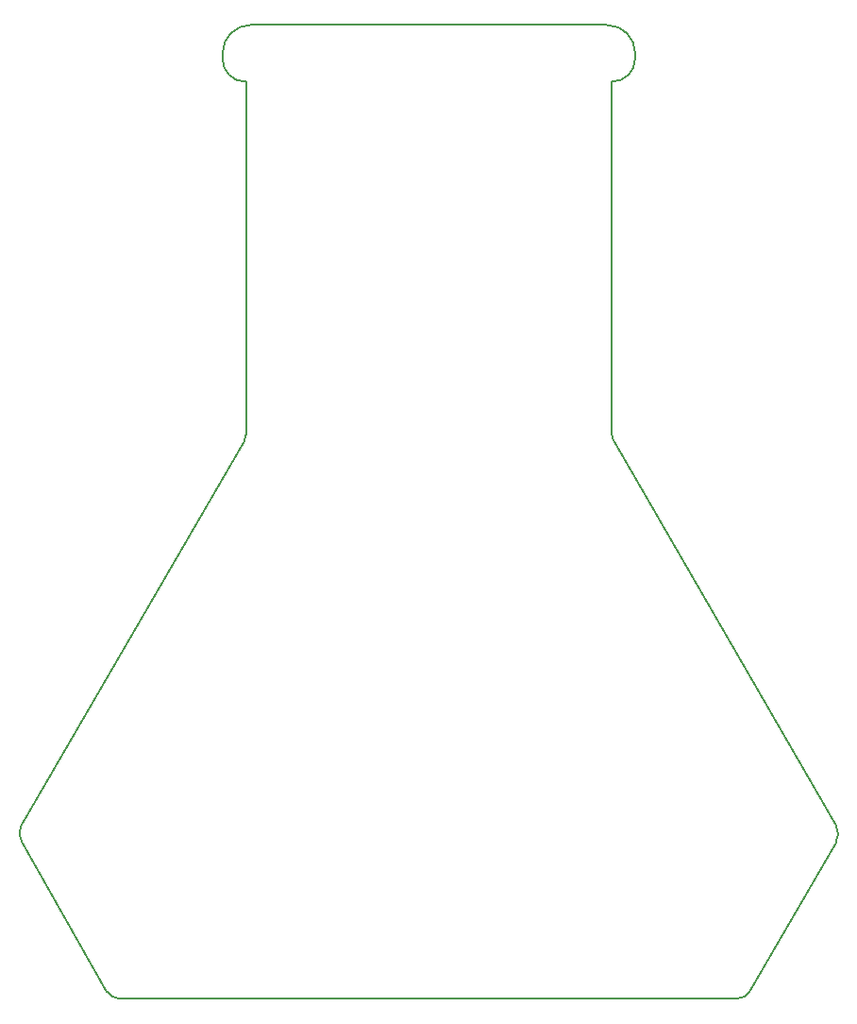
<source format=gbr>
G04 #@! TF.GenerationSoftware,KiCad,Pcbnew,(5.0.0-rc2-dev-393-gbaef22df9)*
G04 #@! TF.CreationDate,2018-04-11T16:40:45-04:00*
G04 #@! TF.ProjectId,BAMF_2018_Badge,42414D465F323031385F42616467652E,rev?*
G04 #@! TF.SameCoordinates,Original*
G04 #@! TF.FileFunction,Profile,NP*
%FSLAX46Y46*%
G04 Gerber Fmt 4.6, Leading zero omitted, Abs format (unit mm)*
G04 Created by KiCad (PCBNEW (5.0.0-rc2-dev-393-gbaef22df9)) date 04/11/18 16:40:45*
%MOMM*%
%LPD*%
G01*
G04 APERTURE LIST*
%ADD10C,0.200000*%
G04 APERTURE END LIST*
D10*
X-16405092Y38684995D02*
X-16500000Y38684995D01*
X27707276Y-43495132D02*
X-27773796Y-43495132D01*
X-18500000Y40684995D02*
X-18500000Y41253337D01*
X-16405092Y7086614D02*
X-16405092Y38684995D01*
X28789544Y-42870588D02*
G75*
G02X27707276Y-43495132I-1082268J625456D01*
G01*
X-16500000Y38684995D02*
G75*
G02X-18500000Y40684995I0J2000000D01*
G01*
X36516164Y-29500700D02*
X28789544Y-42870588D01*
X36516032Y-27999378D02*
G75*
G02X36516164Y-29500700I-1298590J-750775D01*
G01*
X16568212Y6503716D02*
G75*
G02X16400371Y7129362I1082159J625646D01*
G01*
X16568212Y6503716D02*
X36516032Y-27999378D01*
X16000000Y43753337D02*
G75*
G02X18500000Y41253337I0J-2500000D01*
G01*
X16400371Y38699681D02*
X16400371Y7129362D01*
X16486011Y38699082D02*
X16400371Y38699681D01*
X18500000Y40699033D02*
G75*
G02X16486011Y38699082I-2000000J0D01*
G01*
X18500000Y41253337D02*
X18500000Y40699033D01*
X-16000000Y43753337D02*
X16000000Y43753337D01*
X-18500000Y41253337D02*
G75*
G02X-16000000Y43753337I2500000J0D01*
G01*
X-28859693Y-42864266D02*
X-36535357Y-29401943D01*
X-27773796Y-43495132D02*
G75*
G02X-28859693Y-42864266I0J1250000D01*
G01*
X-36535357Y-29401944D02*
G75*
G02X-36529436Y-27905733I1303077J742961D01*
G01*
X-16405092Y7086614D02*
G75*
G02X-16574128Y6458906I-1250000J0D01*
G01*
X-36529436Y-27905733D02*
X-16574128Y6458906D01*
M02*

</source>
